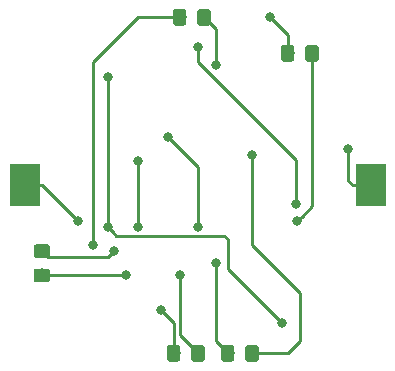
<source format=gbr>
G04 #@! TF.GenerationSoftware,KiCad,Pcbnew,(5.1.4)-1*
G04 #@! TF.CreationDate,2020-01-31T15:03:27+00:00*
G04 #@! TF.ProjectId,KeepCalm,4b656570-4361-46c6-9d2e-6b696361645f,rev?*
G04 #@! TF.SameCoordinates,Original*
G04 #@! TF.FileFunction,Copper,L2,Bot*
G04 #@! TF.FilePolarity,Positive*
%FSLAX46Y46*%
G04 Gerber Fmt 4.6, Leading zero omitted, Abs format (unit mm)*
G04 Created by KiCad (PCBNEW (5.1.4)-1) date 2020-01-31 15:03:27*
%MOMM*%
%LPD*%
G04 APERTURE LIST*
G04 #@! TA.AperFunction,SMDPad,CuDef*
%ADD10R,2.600000X3.600000*%
G04 #@! TD*
G04 #@! TA.AperFunction,Conductor*
%ADD11C,0.100000*%
G04 #@! TD*
G04 #@! TA.AperFunction,SMDPad,CuDef*
%ADD12C,1.150000*%
G04 #@! TD*
G04 #@! TA.AperFunction,ViaPad*
%ADD13C,0.800000*%
G04 #@! TD*
G04 #@! TA.AperFunction,Conductor*
%ADD14C,0.250000*%
G04 #@! TD*
G04 APERTURE END LIST*
D10*
G04 #@! TO.P,BT1,2*
G04 #@! TO.N,GND*
X167050000Y-88900000D03*
G04 #@! TO.P,BT1,1*
G04 #@! TO.N,+BATT*
X137750000Y-88900000D03*
G04 #@! TD*
D11*
G04 #@! TO.N,PIN0*
G04 #@! TO.C,R1*
G36*
X162410505Y-77025204D02*
G01*
X162434773Y-77028804D01*
X162458572Y-77034765D01*
X162481671Y-77043030D01*
X162503850Y-77053520D01*
X162524893Y-77066132D01*
X162544599Y-77080747D01*
X162562777Y-77097223D01*
X162579253Y-77115401D01*
X162593868Y-77135107D01*
X162606480Y-77156150D01*
X162616970Y-77178329D01*
X162625235Y-77201428D01*
X162631196Y-77225227D01*
X162634796Y-77249495D01*
X162636000Y-77273999D01*
X162636000Y-78174001D01*
X162634796Y-78198505D01*
X162631196Y-78222773D01*
X162625235Y-78246572D01*
X162616970Y-78269671D01*
X162606480Y-78291850D01*
X162593868Y-78312893D01*
X162579253Y-78332599D01*
X162562777Y-78350777D01*
X162544599Y-78367253D01*
X162524893Y-78381868D01*
X162503850Y-78394480D01*
X162481671Y-78404970D01*
X162458572Y-78413235D01*
X162434773Y-78419196D01*
X162410505Y-78422796D01*
X162386001Y-78424000D01*
X161735999Y-78424000D01*
X161711495Y-78422796D01*
X161687227Y-78419196D01*
X161663428Y-78413235D01*
X161640329Y-78404970D01*
X161618150Y-78394480D01*
X161597107Y-78381868D01*
X161577401Y-78367253D01*
X161559223Y-78350777D01*
X161542747Y-78332599D01*
X161528132Y-78312893D01*
X161515520Y-78291850D01*
X161505030Y-78269671D01*
X161496765Y-78246572D01*
X161490804Y-78222773D01*
X161487204Y-78198505D01*
X161486000Y-78174001D01*
X161486000Y-77273999D01*
X161487204Y-77249495D01*
X161490804Y-77225227D01*
X161496765Y-77201428D01*
X161505030Y-77178329D01*
X161515520Y-77156150D01*
X161528132Y-77135107D01*
X161542747Y-77115401D01*
X161559223Y-77097223D01*
X161577401Y-77080747D01*
X161597107Y-77066132D01*
X161618150Y-77053520D01*
X161640329Y-77043030D01*
X161663428Y-77034765D01*
X161687227Y-77028804D01*
X161711495Y-77025204D01*
X161735999Y-77024000D01*
X162386001Y-77024000D01*
X162410505Y-77025204D01*
X162410505Y-77025204D01*
G37*
D12*
G04 #@! TD*
G04 #@! TO.P,R1,1*
G04 #@! TO.N,PIN0*
X162061000Y-77724000D03*
D11*
G04 #@! TO.N,Net-(D1-Pad2)*
G04 #@! TO.C,R1*
G36*
X160360505Y-77025204D02*
G01*
X160384773Y-77028804D01*
X160408572Y-77034765D01*
X160431671Y-77043030D01*
X160453850Y-77053520D01*
X160474893Y-77066132D01*
X160494599Y-77080747D01*
X160512777Y-77097223D01*
X160529253Y-77115401D01*
X160543868Y-77135107D01*
X160556480Y-77156150D01*
X160566970Y-77178329D01*
X160575235Y-77201428D01*
X160581196Y-77225227D01*
X160584796Y-77249495D01*
X160586000Y-77273999D01*
X160586000Y-78174001D01*
X160584796Y-78198505D01*
X160581196Y-78222773D01*
X160575235Y-78246572D01*
X160566970Y-78269671D01*
X160556480Y-78291850D01*
X160543868Y-78312893D01*
X160529253Y-78332599D01*
X160512777Y-78350777D01*
X160494599Y-78367253D01*
X160474893Y-78381868D01*
X160453850Y-78394480D01*
X160431671Y-78404970D01*
X160408572Y-78413235D01*
X160384773Y-78419196D01*
X160360505Y-78422796D01*
X160336001Y-78424000D01*
X159685999Y-78424000D01*
X159661495Y-78422796D01*
X159637227Y-78419196D01*
X159613428Y-78413235D01*
X159590329Y-78404970D01*
X159568150Y-78394480D01*
X159547107Y-78381868D01*
X159527401Y-78367253D01*
X159509223Y-78350777D01*
X159492747Y-78332599D01*
X159478132Y-78312893D01*
X159465520Y-78291850D01*
X159455030Y-78269671D01*
X159446765Y-78246572D01*
X159440804Y-78222773D01*
X159437204Y-78198505D01*
X159436000Y-78174001D01*
X159436000Y-77273999D01*
X159437204Y-77249495D01*
X159440804Y-77225227D01*
X159446765Y-77201428D01*
X159455030Y-77178329D01*
X159465520Y-77156150D01*
X159478132Y-77135107D01*
X159492747Y-77115401D01*
X159509223Y-77097223D01*
X159527401Y-77080747D01*
X159547107Y-77066132D01*
X159568150Y-77053520D01*
X159590329Y-77043030D01*
X159613428Y-77034765D01*
X159637227Y-77028804D01*
X159661495Y-77025204D01*
X159685999Y-77024000D01*
X160336001Y-77024000D01*
X160360505Y-77025204D01*
X160360505Y-77025204D01*
G37*
D12*
G04 #@! TD*
G04 #@! TO.P,R1,2*
G04 #@! TO.N,Net-(D1-Pad2)*
X160011000Y-77724000D03*
D11*
G04 #@! TO.N,Net-(D1-Pad1)*
G04 #@! TO.C,R2*
G36*
X150708505Y-102425204D02*
G01*
X150732773Y-102428804D01*
X150756572Y-102434765D01*
X150779671Y-102443030D01*
X150801850Y-102453520D01*
X150822893Y-102466132D01*
X150842599Y-102480747D01*
X150860777Y-102497223D01*
X150877253Y-102515401D01*
X150891868Y-102535107D01*
X150904480Y-102556150D01*
X150914970Y-102578329D01*
X150923235Y-102601428D01*
X150929196Y-102625227D01*
X150932796Y-102649495D01*
X150934000Y-102673999D01*
X150934000Y-103574001D01*
X150932796Y-103598505D01*
X150929196Y-103622773D01*
X150923235Y-103646572D01*
X150914970Y-103669671D01*
X150904480Y-103691850D01*
X150891868Y-103712893D01*
X150877253Y-103732599D01*
X150860777Y-103750777D01*
X150842599Y-103767253D01*
X150822893Y-103781868D01*
X150801850Y-103794480D01*
X150779671Y-103804970D01*
X150756572Y-103813235D01*
X150732773Y-103819196D01*
X150708505Y-103822796D01*
X150684001Y-103824000D01*
X150033999Y-103824000D01*
X150009495Y-103822796D01*
X149985227Y-103819196D01*
X149961428Y-103813235D01*
X149938329Y-103804970D01*
X149916150Y-103794480D01*
X149895107Y-103781868D01*
X149875401Y-103767253D01*
X149857223Y-103750777D01*
X149840747Y-103732599D01*
X149826132Y-103712893D01*
X149813520Y-103691850D01*
X149803030Y-103669671D01*
X149794765Y-103646572D01*
X149788804Y-103622773D01*
X149785204Y-103598505D01*
X149784000Y-103574001D01*
X149784000Y-102673999D01*
X149785204Y-102649495D01*
X149788804Y-102625227D01*
X149794765Y-102601428D01*
X149803030Y-102578329D01*
X149813520Y-102556150D01*
X149826132Y-102535107D01*
X149840747Y-102515401D01*
X149857223Y-102497223D01*
X149875401Y-102480747D01*
X149895107Y-102466132D01*
X149916150Y-102453520D01*
X149938329Y-102443030D01*
X149961428Y-102434765D01*
X149985227Y-102428804D01*
X150009495Y-102425204D01*
X150033999Y-102424000D01*
X150684001Y-102424000D01*
X150708505Y-102425204D01*
X150708505Y-102425204D01*
G37*
D12*
G04 #@! TD*
G04 #@! TO.P,R2,2*
G04 #@! TO.N,Net-(D1-Pad1)*
X150359000Y-103124000D03*
D11*
G04 #@! TO.N,PIN1*
G04 #@! TO.C,R2*
G36*
X152758505Y-102425204D02*
G01*
X152782773Y-102428804D01*
X152806572Y-102434765D01*
X152829671Y-102443030D01*
X152851850Y-102453520D01*
X152872893Y-102466132D01*
X152892599Y-102480747D01*
X152910777Y-102497223D01*
X152927253Y-102515401D01*
X152941868Y-102535107D01*
X152954480Y-102556150D01*
X152964970Y-102578329D01*
X152973235Y-102601428D01*
X152979196Y-102625227D01*
X152982796Y-102649495D01*
X152984000Y-102673999D01*
X152984000Y-103574001D01*
X152982796Y-103598505D01*
X152979196Y-103622773D01*
X152973235Y-103646572D01*
X152964970Y-103669671D01*
X152954480Y-103691850D01*
X152941868Y-103712893D01*
X152927253Y-103732599D01*
X152910777Y-103750777D01*
X152892599Y-103767253D01*
X152872893Y-103781868D01*
X152851850Y-103794480D01*
X152829671Y-103804970D01*
X152806572Y-103813235D01*
X152782773Y-103819196D01*
X152758505Y-103822796D01*
X152734001Y-103824000D01*
X152083999Y-103824000D01*
X152059495Y-103822796D01*
X152035227Y-103819196D01*
X152011428Y-103813235D01*
X151988329Y-103804970D01*
X151966150Y-103794480D01*
X151945107Y-103781868D01*
X151925401Y-103767253D01*
X151907223Y-103750777D01*
X151890747Y-103732599D01*
X151876132Y-103712893D01*
X151863520Y-103691850D01*
X151853030Y-103669671D01*
X151844765Y-103646572D01*
X151838804Y-103622773D01*
X151835204Y-103598505D01*
X151834000Y-103574001D01*
X151834000Y-102673999D01*
X151835204Y-102649495D01*
X151838804Y-102625227D01*
X151844765Y-102601428D01*
X151853030Y-102578329D01*
X151863520Y-102556150D01*
X151876132Y-102535107D01*
X151890747Y-102515401D01*
X151907223Y-102497223D01*
X151925401Y-102480747D01*
X151945107Y-102466132D01*
X151966150Y-102453520D01*
X151988329Y-102443030D01*
X152011428Y-102434765D01*
X152035227Y-102428804D01*
X152059495Y-102425204D01*
X152083999Y-102424000D01*
X152734001Y-102424000D01*
X152758505Y-102425204D01*
X152758505Y-102425204D01*
G37*
D12*
G04 #@! TD*
G04 #@! TO.P,R2,1*
G04 #@! TO.N,PIN1*
X152409000Y-103124000D03*
D11*
G04 #@! TO.N,PIN2*
G04 #@! TO.C,R3*
G36*
X155280505Y-102425204D02*
G01*
X155304773Y-102428804D01*
X155328572Y-102434765D01*
X155351671Y-102443030D01*
X155373850Y-102453520D01*
X155394893Y-102466132D01*
X155414599Y-102480747D01*
X155432777Y-102497223D01*
X155449253Y-102515401D01*
X155463868Y-102535107D01*
X155476480Y-102556150D01*
X155486970Y-102578329D01*
X155495235Y-102601428D01*
X155501196Y-102625227D01*
X155504796Y-102649495D01*
X155506000Y-102673999D01*
X155506000Y-103574001D01*
X155504796Y-103598505D01*
X155501196Y-103622773D01*
X155495235Y-103646572D01*
X155486970Y-103669671D01*
X155476480Y-103691850D01*
X155463868Y-103712893D01*
X155449253Y-103732599D01*
X155432777Y-103750777D01*
X155414599Y-103767253D01*
X155394893Y-103781868D01*
X155373850Y-103794480D01*
X155351671Y-103804970D01*
X155328572Y-103813235D01*
X155304773Y-103819196D01*
X155280505Y-103822796D01*
X155256001Y-103824000D01*
X154605999Y-103824000D01*
X154581495Y-103822796D01*
X154557227Y-103819196D01*
X154533428Y-103813235D01*
X154510329Y-103804970D01*
X154488150Y-103794480D01*
X154467107Y-103781868D01*
X154447401Y-103767253D01*
X154429223Y-103750777D01*
X154412747Y-103732599D01*
X154398132Y-103712893D01*
X154385520Y-103691850D01*
X154375030Y-103669671D01*
X154366765Y-103646572D01*
X154360804Y-103622773D01*
X154357204Y-103598505D01*
X154356000Y-103574001D01*
X154356000Y-102673999D01*
X154357204Y-102649495D01*
X154360804Y-102625227D01*
X154366765Y-102601428D01*
X154375030Y-102578329D01*
X154385520Y-102556150D01*
X154398132Y-102535107D01*
X154412747Y-102515401D01*
X154429223Y-102497223D01*
X154447401Y-102480747D01*
X154467107Y-102466132D01*
X154488150Y-102453520D01*
X154510329Y-102443030D01*
X154533428Y-102434765D01*
X154557227Y-102428804D01*
X154581495Y-102425204D01*
X154605999Y-102424000D01*
X155256001Y-102424000D01*
X155280505Y-102425204D01*
X155280505Y-102425204D01*
G37*
D12*
G04 #@! TD*
G04 #@! TO.P,R3,1*
G04 #@! TO.N,PIN2*
X154931000Y-103124000D03*
D11*
G04 #@! TO.N,Net-(D10-Pad2)*
G04 #@! TO.C,R3*
G36*
X157330505Y-102425204D02*
G01*
X157354773Y-102428804D01*
X157378572Y-102434765D01*
X157401671Y-102443030D01*
X157423850Y-102453520D01*
X157444893Y-102466132D01*
X157464599Y-102480747D01*
X157482777Y-102497223D01*
X157499253Y-102515401D01*
X157513868Y-102535107D01*
X157526480Y-102556150D01*
X157536970Y-102578329D01*
X157545235Y-102601428D01*
X157551196Y-102625227D01*
X157554796Y-102649495D01*
X157556000Y-102673999D01*
X157556000Y-103574001D01*
X157554796Y-103598505D01*
X157551196Y-103622773D01*
X157545235Y-103646572D01*
X157536970Y-103669671D01*
X157526480Y-103691850D01*
X157513868Y-103712893D01*
X157499253Y-103732599D01*
X157482777Y-103750777D01*
X157464599Y-103767253D01*
X157444893Y-103781868D01*
X157423850Y-103794480D01*
X157401671Y-103804970D01*
X157378572Y-103813235D01*
X157354773Y-103819196D01*
X157330505Y-103822796D01*
X157306001Y-103824000D01*
X156655999Y-103824000D01*
X156631495Y-103822796D01*
X156607227Y-103819196D01*
X156583428Y-103813235D01*
X156560329Y-103804970D01*
X156538150Y-103794480D01*
X156517107Y-103781868D01*
X156497401Y-103767253D01*
X156479223Y-103750777D01*
X156462747Y-103732599D01*
X156448132Y-103712893D01*
X156435520Y-103691850D01*
X156425030Y-103669671D01*
X156416765Y-103646572D01*
X156410804Y-103622773D01*
X156407204Y-103598505D01*
X156406000Y-103574001D01*
X156406000Y-102673999D01*
X156407204Y-102649495D01*
X156410804Y-102625227D01*
X156416765Y-102601428D01*
X156425030Y-102578329D01*
X156435520Y-102556150D01*
X156448132Y-102535107D01*
X156462747Y-102515401D01*
X156479223Y-102497223D01*
X156497401Y-102480747D01*
X156517107Y-102466132D01*
X156538150Y-102453520D01*
X156560329Y-102443030D01*
X156583428Y-102434765D01*
X156607227Y-102428804D01*
X156631495Y-102425204D01*
X156655999Y-102424000D01*
X157306001Y-102424000D01*
X157330505Y-102425204D01*
X157330505Y-102425204D01*
G37*
D12*
G04 #@! TD*
G04 #@! TO.P,R3,2*
G04 #@! TO.N,Net-(D10-Pad2)*
X156981000Y-103124000D03*
D11*
G04 #@! TO.N,Net-(D11-Pad1)*
G04 #@! TO.C,R4*
G36*
X139666505Y-95955204D02*
G01*
X139690773Y-95958804D01*
X139714572Y-95964765D01*
X139737671Y-95973030D01*
X139759850Y-95983520D01*
X139780893Y-95996132D01*
X139800599Y-96010747D01*
X139818777Y-96027223D01*
X139835253Y-96045401D01*
X139849868Y-96065107D01*
X139862480Y-96086150D01*
X139872970Y-96108329D01*
X139881235Y-96131428D01*
X139887196Y-96155227D01*
X139890796Y-96179495D01*
X139892000Y-96203999D01*
X139892000Y-96854001D01*
X139890796Y-96878505D01*
X139887196Y-96902773D01*
X139881235Y-96926572D01*
X139872970Y-96949671D01*
X139862480Y-96971850D01*
X139849868Y-96992893D01*
X139835253Y-97012599D01*
X139818777Y-97030777D01*
X139800599Y-97047253D01*
X139780893Y-97061868D01*
X139759850Y-97074480D01*
X139737671Y-97084970D01*
X139714572Y-97093235D01*
X139690773Y-97099196D01*
X139666505Y-97102796D01*
X139642001Y-97104000D01*
X138741999Y-97104000D01*
X138717495Y-97102796D01*
X138693227Y-97099196D01*
X138669428Y-97093235D01*
X138646329Y-97084970D01*
X138624150Y-97074480D01*
X138603107Y-97061868D01*
X138583401Y-97047253D01*
X138565223Y-97030777D01*
X138548747Y-97012599D01*
X138534132Y-96992893D01*
X138521520Y-96971850D01*
X138511030Y-96949671D01*
X138502765Y-96926572D01*
X138496804Y-96902773D01*
X138493204Y-96878505D01*
X138492000Y-96854001D01*
X138492000Y-96203999D01*
X138493204Y-96179495D01*
X138496804Y-96155227D01*
X138502765Y-96131428D01*
X138511030Y-96108329D01*
X138521520Y-96086150D01*
X138534132Y-96065107D01*
X138548747Y-96045401D01*
X138565223Y-96027223D01*
X138583401Y-96010747D01*
X138603107Y-95996132D01*
X138624150Y-95983520D01*
X138646329Y-95973030D01*
X138669428Y-95964765D01*
X138693227Y-95958804D01*
X138717495Y-95955204D01*
X138741999Y-95954000D01*
X139642001Y-95954000D01*
X139666505Y-95955204D01*
X139666505Y-95955204D01*
G37*
D12*
G04 #@! TD*
G04 #@! TO.P,R4,2*
G04 #@! TO.N,Net-(D11-Pad1)*
X139192000Y-96529000D03*
D11*
G04 #@! TO.N,PIN3*
G04 #@! TO.C,R4*
G36*
X139666505Y-93905204D02*
G01*
X139690773Y-93908804D01*
X139714572Y-93914765D01*
X139737671Y-93923030D01*
X139759850Y-93933520D01*
X139780893Y-93946132D01*
X139800599Y-93960747D01*
X139818777Y-93977223D01*
X139835253Y-93995401D01*
X139849868Y-94015107D01*
X139862480Y-94036150D01*
X139872970Y-94058329D01*
X139881235Y-94081428D01*
X139887196Y-94105227D01*
X139890796Y-94129495D01*
X139892000Y-94153999D01*
X139892000Y-94804001D01*
X139890796Y-94828505D01*
X139887196Y-94852773D01*
X139881235Y-94876572D01*
X139872970Y-94899671D01*
X139862480Y-94921850D01*
X139849868Y-94942893D01*
X139835253Y-94962599D01*
X139818777Y-94980777D01*
X139800599Y-94997253D01*
X139780893Y-95011868D01*
X139759850Y-95024480D01*
X139737671Y-95034970D01*
X139714572Y-95043235D01*
X139690773Y-95049196D01*
X139666505Y-95052796D01*
X139642001Y-95054000D01*
X138741999Y-95054000D01*
X138717495Y-95052796D01*
X138693227Y-95049196D01*
X138669428Y-95043235D01*
X138646329Y-95034970D01*
X138624150Y-95024480D01*
X138603107Y-95011868D01*
X138583401Y-94997253D01*
X138565223Y-94980777D01*
X138548747Y-94962599D01*
X138534132Y-94942893D01*
X138521520Y-94921850D01*
X138511030Y-94899671D01*
X138502765Y-94876572D01*
X138496804Y-94852773D01*
X138493204Y-94828505D01*
X138492000Y-94804001D01*
X138492000Y-94153999D01*
X138493204Y-94129495D01*
X138496804Y-94105227D01*
X138502765Y-94081428D01*
X138511030Y-94058329D01*
X138521520Y-94036150D01*
X138534132Y-94015107D01*
X138548747Y-93995401D01*
X138565223Y-93977223D01*
X138583401Y-93960747D01*
X138603107Y-93946132D01*
X138624150Y-93933520D01*
X138646329Y-93923030D01*
X138669428Y-93914765D01*
X138693227Y-93908804D01*
X138717495Y-93905204D01*
X138741999Y-93904000D01*
X139642001Y-93904000D01*
X139666505Y-93905204D01*
X139666505Y-93905204D01*
G37*
D12*
G04 #@! TD*
G04 #@! TO.P,R4,1*
G04 #@! TO.N,PIN3*
X139192000Y-94479000D03*
D11*
G04 #@! TO.N,PIN4*
G04 #@! TO.C,R5*
G36*
X151216505Y-73977204D02*
G01*
X151240773Y-73980804D01*
X151264572Y-73986765D01*
X151287671Y-73995030D01*
X151309850Y-74005520D01*
X151330893Y-74018132D01*
X151350599Y-74032747D01*
X151368777Y-74049223D01*
X151385253Y-74067401D01*
X151399868Y-74087107D01*
X151412480Y-74108150D01*
X151422970Y-74130329D01*
X151431235Y-74153428D01*
X151437196Y-74177227D01*
X151440796Y-74201495D01*
X151442000Y-74225999D01*
X151442000Y-75126001D01*
X151440796Y-75150505D01*
X151437196Y-75174773D01*
X151431235Y-75198572D01*
X151422970Y-75221671D01*
X151412480Y-75243850D01*
X151399868Y-75264893D01*
X151385253Y-75284599D01*
X151368777Y-75302777D01*
X151350599Y-75319253D01*
X151330893Y-75333868D01*
X151309850Y-75346480D01*
X151287671Y-75356970D01*
X151264572Y-75365235D01*
X151240773Y-75371196D01*
X151216505Y-75374796D01*
X151192001Y-75376000D01*
X150541999Y-75376000D01*
X150517495Y-75374796D01*
X150493227Y-75371196D01*
X150469428Y-75365235D01*
X150446329Y-75356970D01*
X150424150Y-75346480D01*
X150403107Y-75333868D01*
X150383401Y-75319253D01*
X150365223Y-75302777D01*
X150348747Y-75284599D01*
X150334132Y-75264893D01*
X150321520Y-75243850D01*
X150311030Y-75221671D01*
X150302765Y-75198572D01*
X150296804Y-75174773D01*
X150293204Y-75150505D01*
X150292000Y-75126001D01*
X150292000Y-74225999D01*
X150293204Y-74201495D01*
X150296804Y-74177227D01*
X150302765Y-74153428D01*
X150311030Y-74130329D01*
X150321520Y-74108150D01*
X150334132Y-74087107D01*
X150348747Y-74067401D01*
X150365223Y-74049223D01*
X150383401Y-74032747D01*
X150403107Y-74018132D01*
X150424150Y-74005520D01*
X150446329Y-73995030D01*
X150469428Y-73986765D01*
X150493227Y-73980804D01*
X150517495Y-73977204D01*
X150541999Y-73976000D01*
X151192001Y-73976000D01*
X151216505Y-73977204D01*
X151216505Y-73977204D01*
G37*
D12*
G04 #@! TD*
G04 #@! TO.P,R5,1*
G04 #@! TO.N,PIN4*
X150867000Y-74676000D03*
D11*
G04 #@! TO.N,Net-(D13-Pad1)*
G04 #@! TO.C,R5*
G36*
X153266505Y-73977204D02*
G01*
X153290773Y-73980804D01*
X153314572Y-73986765D01*
X153337671Y-73995030D01*
X153359850Y-74005520D01*
X153380893Y-74018132D01*
X153400599Y-74032747D01*
X153418777Y-74049223D01*
X153435253Y-74067401D01*
X153449868Y-74087107D01*
X153462480Y-74108150D01*
X153472970Y-74130329D01*
X153481235Y-74153428D01*
X153487196Y-74177227D01*
X153490796Y-74201495D01*
X153492000Y-74225999D01*
X153492000Y-75126001D01*
X153490796Y-75150505D01*
X153487196Y-75174773D01*
X153481235Y-75198572D01*
X153472970Y-75221671D01*
X153462480Y-75243850D01*
X153449868Y-75264893D01*
X153435253Y-75284599D01*
X153418777Y-75302777D01*
X153400599Y-75319253D01*
X153380893Y-75333868D01*
X153359850Y-75346480D01*
X153337671Y-75356970D01*
X153314572Y-75365235D01*
X153290773Y-75371196D01*
X153266505Y-75374796D01*
X153242001Y-75376000D01*
X152591999Y-75376000D01*
X152567495Y-75374796D01*
X152543227Y-75371196D01*
X152519428Y-75365235D01*
X152496329Y-75356970D01*
X152474150Y-75346480D01*
X152453107Y-75333868D01*
X152433401Y-75319253D01*
X152415223Y-75302777D01*
X152398747Y-75284599D01*
X152384132Y-75264893D01*
X152371520Y-75243850D01*
X152361030Y-75221671D01*
X152352765Y-75198572D01*
X152346804Y-75174773D01*
X152343204Y-75150505D01*
X152342000Y-75126001D01*
X152342000Y-74225999D01*
X152343204Y-74201495D01*
X152346804Y-74177227D01*
X152352765Y-74153428D01*
X152361030Y-74130329D01*
X152371520Y-74108150D01*
X152384132Y-74087107D01*
X152398747Y-74067401D01*
X152415223Y-74049223D01*
X152433401Y-74032747D01*
X152453107Y-74018132D01*
X152474150Y-74005520D01*
X152496329Y-73995030D01*
X152519428Y-73986765D01*
X152543227Y-73980804D01*
X152567495Y-73977204D01*
X152591999Y-73976000D01*
X153242001Y-73976000D01*
X153266505Y-73977204D01*
X153266505Y-73977204D01*
G37*
D12*
G04 #@! TD*
G04 #@! TO.P,R5,2*
G04 #@! TO.N,Net-(D13-Pad1)*
X152917000Y-74676000D03*
D13*
G04 #@! TO.N,GND*
X152400000Y-92456000D03*
X165100000Y-85852000D03*
X149859998Y-84836000D03*
G04 #@! TO.N,+BATT*
X142240000Y-91948000D03*
G04 #@! TO.N,Net-(D1-Pad1)*
X149294202Y-99460526D03*
X152399978Y-77216000D03*
X160711833Y-90497989D03*
G04 #@! TO.N,Net-(D1-Pad2)*
X144780000Y-79756000D03*
X159512000Y-100584000D03*
X158496000Y-74676000D03*
X144784660Y-92451340D03*
G04 #@! TO.N,Net-(D10-Pad2)*
X156972000Y-86360000D03*
G04 #@! TO.N,Net-(D11-Pad1)*
X146304000Y-96520000D03*
G04 #@! TO.N,Net-(D13-Pad1)*
X153924000Y-78740000D03*
G04 #@! TO.N,PIN0*
X160782000Y-91948000D03*
G04 #@! TO.N,PIN1*
X150876012Y-96520000D03*
G04 #@! TO.N,PIN2*
X153923993Y-95504007D03*
G04 #@! TO.N,PIN3*
X145287994Y-94488000D03*
G04 #@! TO.N,PIN4*
X143510005Y-93979995D03*
G04 #@! TO.N,n_RST*
X147320000Y-86868000D03*
X147320000Y-92456000D03*
G04 #@! TD*
D14*
G04 #@! TO.N,GND*
X165500000Y-88900000D02*
X167050000Y-88900000D01*
X165100000Y-88500000D02*
X165500000Y-88900000D01*
X165100000Y-85852000D02*
X165100000Y-88500000D01*
X152400000Y-87376002D02*
X150259997Y-85235999D01*
X150259997Y-85235999D02*
X149859998Y-84836000D01*
X152400000Y-92456000D02*
X152400000Y-87376002D01*
G04 #@! TO.N,+BATT*
X139192000Y-88900000D02*
X137750000Y-88900000D01*
X142240000Y-91948000D02*
X139192000Y-88900000D01*
G04 #@! TO.N,Net-(D1-Pad1)*
X149694201Y-99860525D02*
X149294202Y-99460526D01*
X150359000Y-103124000D02*
X150359000Y-100525324D01*
X150359000Y-100525324D02*
X149694201Y-99860525D01*
X152399978Y-77216000D02*
X152399978Y-78485974D01*
X160711833Y-86797829D02*
X160711833Y-89932304D01*
X152399978Y-78485974D02*
X160711833Y-86797829D01*
X160711833Y-89932304D02*
X160711833Y-90497989D01*
G04 #@! TO.N,Net-(D1-Pad2)*
X160011000Y-77724000D02*
X160011000Y-76191000D01*
X160011000Y-76191000D02*
X158496000Y-74676000D01*
X144780000Y-92446680D02*
X144784660Y-92451340D01*
X144780000Y-79756000D02*
X144780000Y-92446680D01*
X145184659Y-92851339D02*
X144784660Y-92451340D01*
X145514321Y-93181001D02*
X145184659Y-92851339D01*
X154649001Y-93181001D02*
X145514321Y-93181001D01*
X154940000Y-93472000D02*
X154649001Y-93181001D01*
X159512000Y-100584000D02*
X154940000Y-96012000D01*
X154940000Y-96012000D02*
X154940000Y-93472000D01*
G04 #@! TO.N,Net-(D10-Pad2)*
X156972000Y-93980000D02*
X156972000Y-86925685D01*
X156972000Y-86925685D02*
X156972000Y-86360000D01*
X156981000Y-103124000D02*
X160020000Y-103124000D01*
X160020000Y-103124000D02*
X161036000Y-102108000D01*
X161036000Y-98044000D02*
X156972000Y-93980000D01*
X161036000Y-102108000D02*
X161036000Y-98044000D01*
G04 #@! TO.N,Net-(D11-Pad1)*
X139192000Y-96529000D02*
X146295000Y-96529000D01*
X146295000Y-96529000D02*
X146304000Y-96520000D01*
G04 #@! TO.N,Net-(D13-Pad1)*
X153924000Y-78174315D02*
X153924000Y-78740000D01*
X153924000Y-75683000D02*
X153924000Y-78174315D01*
X152917000Y-74676000D02*
X153924000Y-75683000D01*
G04 #@! TO.N,PIN0*
X162061000Y-90669000D02*
X161181999Y-91548001D01*
X162061000Y-77724000D02*
X162061000Y-90669000D01*
X161181999Y-91548001D02*
X160782000Y-91948000D01*
G04 #@! TO.N,PIN1*
X150876012Y-97085685D02*
X150876012Y-96520000D01*
X150876012Y-101591012D02*
X150876012Y-97085685D01*
X152409000Y-103124000D02*
X150876012Y-101591012D01*
G04 #@! TO.N,PIN2*
X154931000Y-103124000D02*
X153923993Y-102116993D01*
X153923993Y-102116993D02*
X153923993Y-96069692D01*
X153923993Y-96069692D02*
X153923993Y-95504007D01*
G04 #@! TO.N,PIN3*
X144887995Y-94887999D02*
X145287994Y-94488000D01*
X144779994Y-94996000D02*
X144887995Y-94887999D01*
X139192000Y-94479000D02*
X139709000Y-94996000D01*
X139709000Y-94996000D02*
X144779994Y-94996000D01*
G04 #@! TO.N,PIN4*
X143510005Y-78485995D02*
X143510005Y-93414310D01*
X150867000Y-74676000D02*
X147320000Y-74676000D01*
X143510005Y-93414310D02*
X143510005Y-93979995D01*
X147320000Y-74676000D02*
X143510005Y-78485995D01*
G04 #@! TO.N,n_RST*
X147320000Y-86868000D02*
X147320000Y-92456000D01*
G04 #@! TD*
M02*

</source>
